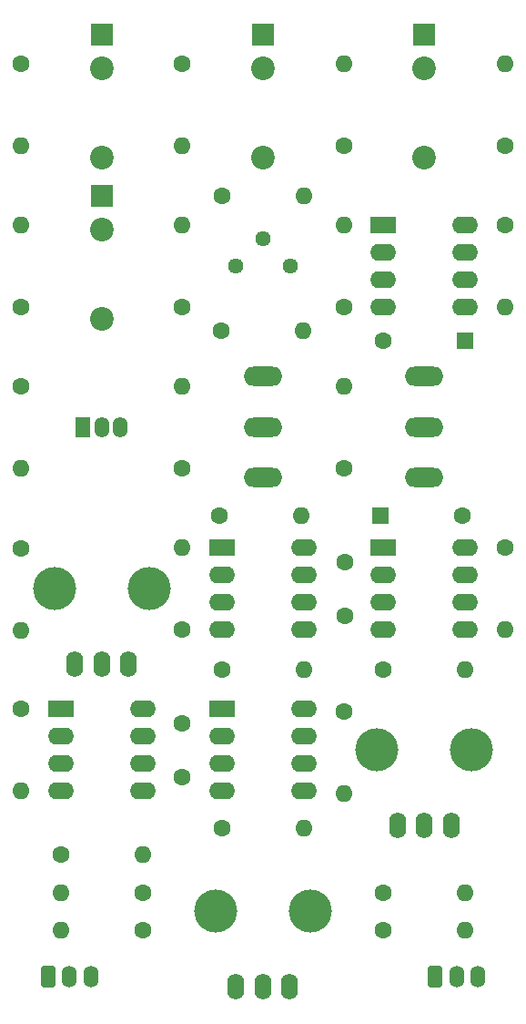
<source format=gbr>
%TF.GenerationSoftware,KiCad,Pcbnew,9.0.2*%
%TF.CreationDate,2025-06-21T00:54:04+10:00*%
%TF.ProjectId,VCF,5643462e-6b69-4636-9164-5f7063625858,1-0*%
%TF.SameCoordinates,Original*%
%TF.FileFunction,Soldermask,Top*%
%TF.FilePolarity,Negative*%
%FSLAX46Y46*%
G04 Gerber Fmt 4.6, Leading zero omitted, Abs format (unit mm)*
G04 Created by KiCad (PCBNEW 9.0.2) date 2025-06-21 00:54:04*
%MOMM*%
%LPD*%
G01*
G04 APERTURE LIST*
G04 Aperture macros list*
%AMRoundRect*
0 Rectangle with rounded corners*
0 $1 Rounding radius*
0 $2 $3 $4 $5 $6 $7 $8 $9 X,Y pos of 4 corners*
0 Add a 4 corners polygon primitive as box body*
4,1,4,$2,$3,$4,$5,$6,$7,$8,$9,$2,$3,0*
0 Add four circle primitives for the rounded corners*
1,1,$1+$1,$2,$3*
1,1,$1+$1,$4,$5*
1,1,$1+$1,$6,$7*
1,1,$1+$1,$8,$9*
0 Add four rect primitives between the rounded corners*
20,1,$1+$1,$2,$3,$4,$5,0*
20,1,$1+$1,$4,$5,$6,$7,0*
20,1,$1+$1,$6,$7,$8,$9,0*
20,1,$1+$1,$8,$9,$2,$3,0*%
G04 Aperture macros list end*
%ADD10C,1.600000*%
%ADD11O,1.600000X1.600000*%
%ADD12R,2.000000X2.000000*%
%ADD13C,2.200000*%
%ADD14RoundRect,0.291666X-0.408334X-0.708334X0.408334X-0.708334X0.408334X0.708334X-0.408334X0.708334X0*%
%ADD15O,1.400000X2.000000*%
%ADD16R,2.400000X1.600000*%
%ADD17O,2.400000X1.600000*%
%ADD18C,4.000000*%
%ADD19O,1.600000X2.400000*%
%ADD20C,1.440000*%
%ADD21O,3.600000X1.800000*%
%ADD22RoundRect,0.250000X-0.550000X-0.550000X0.550000X-0.550000X0.550000X0.550000X-0.550000X0.550000X0*%
%ADD23RoundRect,0.250000X0.550000X0.550000X-0.550000X0.550000X-0.550000X-0.550000X0.550000X-0.550000X0*%
%ADD24O,1.350000X1.900000*%
%ADD25R,1.350000X1.900000*%
G04 APERTURE END LIST*
D10*
%TO.C,R16*%
X127500000Y-88690000D03*
D11*
X127500000Y-96310000D03*
%TD*%
D10*
%TO.C,R21*%
X161190000Y-135750000D03*
D11*
X168810000Y-135750000D03*
%TD*%
D10*
%TO.C,R14*%
X127500000Y-81310000D03*
D11*
X127500000Y-73690000D03*
%TD*%
D12*
%TO.C,J3*%
X135000000Y-56020000D03*
D13*
X135000000Y-59120000D03*
X135000000Y-67420000D03*
%TD*%
D14*
%TO.C,J6*%
X166000000Y-143550000D03*
D15*
X168000000Y-143550000D03*
X170000000Y-143550000D03*
%TD*%
D10*
%TO.C,R20*%
X161190000Y-115000000D03*
D11*
X168810000Y-115000000D03*
%TD*%
D10*
%TO.C,R12*%
X157500000Y-96310000D03*
D11*
X157500000Y-88690000D03*
%TD*%
D16*
%TO.C,U3*%
X131190000Y-118690000D03*
D17*
X131190000Y-121230000D03*
X131190000Y-123770000D03*
X131190000Y-126310000D03*
X138810000Y-126310000D03*
X138810000Y-123770000D03*
X138810000Y-121230000D03*
X138810000Y-118690000D03*
%TD*%
D18*
%TO.C,RV4*%
X145600000Y-137500000D03*
X154400000Y-137500000D03*
D19*
X152500001Y-144500000D03*
X150000000Y-144500000D03*
X147499999Y-144500000D03*
%TD*%
D10*
%TO.C,R7*%
X127500000Y-103750000D03*
D11*
X127500000Y-111370000D03*
%TD*%
D18*
%TO.C,RV3*%
X130600000Y-107500000D03*
X139400000Y-107500000D03*
D19*
X137500001Y-114500000D03*
X135000000Y-114500000D03*
X132499999Y-114500000D03*
%TD*%
D18*
%TO.C,RV2*%
X160600000Y-122500000D03*
X169400000Y-122500000D03*
D19*
X167500001Y-129500000D03*
X165000000Y-129500000D03*
X162499999Y-129500000D03*
%TD*%
D14*
%TO.C,J5*%
X130000000Y-143550000D03*
D15*
X132000000Y-143550000D03*
X134000000Y-143550000D03*
%TD*%
D12*
%TO.C,J1*%
X135000000Y-71020000D03*
D13*
X135000000Y-74120000D03*
X135000000Y-82420000D03*
%TD*%
D20*
%TO.C,RV1*%
X152530000Y-77505000D03*
X149990000Y-74965000D03*
X147450000Y-77505000D03*
%TD*%
D10*
%TO.C,R24*%
X131190000Y-132250000D03*
D11*
X138810000Y-132250000D03*
%TD*%
D10*
%TO.C,C1*%
X142500000Y-125000000D03*
X142500000Y-120000000D03*
%TD*%
%TO.C,R22*%
X138810000Y-135750000D03*
D11*
X131190000Y-135750000D03*
%TD*%
D10*
%TO.C,R13*%
X146190000Y-71000000D03*
D11*
X153810000Y-71000000D03*
%TD*%
D10*
%TO.C,R6*%
X146190000Y-129750000D03*
D11*
X153810000Y-129750000D03*
%TD*%
D21*
%TO.C,HARD/SOFT1*%
X165000000Y-87800000D03*
X165000000Y-92500000D03*
X165000000Y-97200000D03*
%TD*%
D10*
%TO.C,R10*%
X127500000Y-58690000D03*
D11*
X127500000Y-66310000D03*
%TD*%
D10*
%TO.C,R19*%
X145940000Y-100750000D03*
D11*
X153560000Y-100750000D03*
%TD*%
D10*
%TO.C,R26*%
X142500000Y-96310000D03*
D11*
X142500000Y-88690000D03*
%TD*%
D10*
%TO.C,R8*%
X157500000Y-66310000D03*
D11*
X157500000Y-58690000D03*
%TD*%
D16*
%TO.C,U5*%
X146190000Y-118690000D03*
D17*
X146190000Y-121230000D03*
X146190000Y-123770000D03*
X146190000Y-126310000D03*
X153810000Y-126310000D03*
X153810000Y-123770000D03*
X153810000Y-121230000D03*
X153810000Y-118690000D03*
%TD*%
D10*
%TO.C,R3*%
X172500000Y-103690000D03*
D11*
X172500000Y-111310000D03*
%TD*%
D10*
%TO.C,R15*%
X138810000Y-139250000D03*
D11*
X131190000Y-139250000D03*
%TD*%
D10*
%TO.C,R18*%
X172500000Y-66310000D03*
D11*
X172500000Y-58690000D03*
%TD*%
D12*
%TO.C,J4*%
X165000000Y-56020000D03*
D13*
X165000000Y-59120000D03*
X165000000Y-67420000D03*
%TD*%
D16*
%TO.C,U2*%
X161190000Y-73690000D03*
D17*
X161190000Y-76230000D03*
X161190000Y-78770000D03*
X161190000Y-81310000D03*
X168810000Y-81310000D03*
X168810000Y-78770000D03*
X168810000Y-76230000D03*
X168810000Y-73690000D03*
%TD*%
D12*
%TO.C,J2*%
X150000000Y-56020000D03*
D13*
X150000000Y-59120000D03*
X150000000Y-67420000D03*
%TD*%
D22*
%TO.C,D2*%
X160940001Y-100750000D03*
D10*
X168560001Y-100750000D03*
%TD*%
D21*
%TO.C,LP/BP1*%
X150000000Y-87800000D03*
X150000000Y-92500000D03*
X150000000Y-97200000D03*
%TD*%
D10*
%TO.C,R25*%
X157500000Y-118940000D03*
D11*
X157500000Y-126560000D03*
%TD*%
D10*
%TO.C,R4*%
X127500000Y-118690000D03*
D11*
X127500000Y-126310000D03*
%TD*%
D23*
%TO.C,D1*%
X168809999Y-84500000D03*
D10*
X161189999Y-84500000D03*
%TD*%
%TO.C,R17*%
X172500000Y-73690000D03*
D11*
X172500000Y-81310000D03*
%TD*%
D10*
%TO.C,R23*%
X146190000Y-115000000D03*
D11*
X153810000Y-115000000D03*
%TD*%
D10*
%TO.C,R1*%
X142500000Y-81310000D03*
D11*
X142500000Y-73690000D03*
%TD*%
D10*
%TO.C,C2*%
X157600000Y-105000000D03*
X157600000Y-110000000D03*
%TD*%
D16*
%TO.C,U4*%
X146190000Y-103690000D03*
D17*
X146190000Y-106230000D03*
X146190000Y-108770000D03*
X146190000Y-111310000D03*
X153810000Y-111310000D03*
X153810000Y-108770000D03*
X153810000Y-106230000D03*
X153810000Y-103690000D03*
%TD*%
D24*
%TO.C,Q1*%
X136730000Y-92500000D03*
X135000000Y-92500000D03*
D25*
X133230000Y-92500000D03*
%TD*%
D10*
%TO.C,R9*%
X161190000Y-139250000D03*
D11*
X168810000Y-139250000D03*
%TD*%
D10*
%TO.C,R11*%
X146130000Y-83500000D03*
D11*
X153750000Y-83500000D03*
%TD*%
D10*
%TO.C,R5*%
X142500000Y-58690000D03*
D11*
X142500000Y-66310000D03*
%TD*%
D10*
%TO.C,R27*%
X142500000Y-111310000D03*
D11*
X142500000Y-103690000D03*
%TD*%
D16*
%TO.C,U1*%
X161190000Y-103690000D03*
D17*
X161190000Y-106230000D03*
X161190000Y-108770000D03*
X161190000Y-111310000D03*
X168810000Y-111310000D03*
X168810000Y-108770000D03*
X168810000Y-106230000D03*
X168810000Y-103690000D03*
%TD*%
D10*
%TO.C,R2*%
X157500000Y-81310000D03*
D11*
X157500000Y-73690000D03*
%TD*%
M02*

</source>
